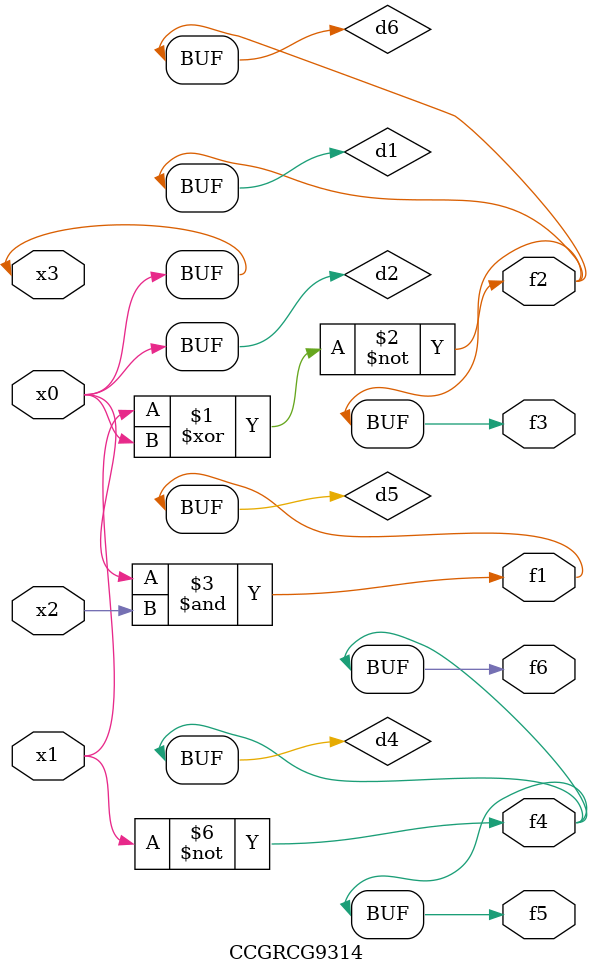
<source format=v>
module CCGRCG9314(
	input x0, x1, x2, x3,
	output f1, f2, f3, f4, f5, f6
);

	wire d1, d2, d3, d4, d5, d6;

	xnor (d1, x1, x3);
	buf (d2, x0, x3);
	nand (d3, x0, x2);
	not (d4, x1);
	nand (d5, d3);
	or (d6, d1);
	assign f1 = d5;
	assign f2 = d6;
	assign f3 = d6;
	assign f4 = d4;
	assign f5 = d4;
	assign f6 = d4;
endmodule

</source>
